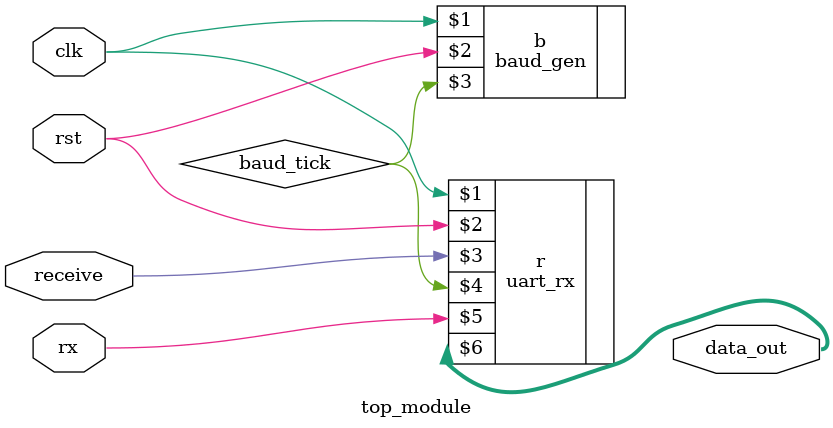
<source format=v>
`include "uart_rx.v"
`include "baud_gen.v"

 module top_module(
  input clk,
  input rst,
  input receive,
  input rx,
  
  output [7:0]data_out);
  
  wire baud_tick;
  
  baud_gen b(clk,rst,baud_tick);
  uart_rx r(clk,rst,receive,baud_tick,rx,data_out);
  
endmodule

</source>
